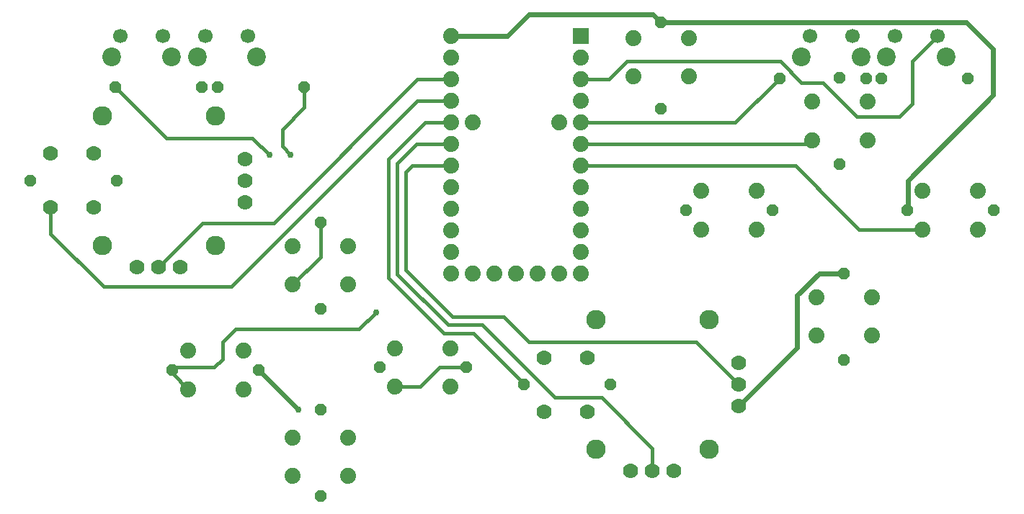
<source format=gtl>
G75*
%MOIN*%
%OFA0B0*%
%FSLAX25Y25*%
%IPPOS*%
%LPD*%
%AMOC8*
5,1,8,0,0,1.08239X$1,22.5*
%
%ADD10C,0.09000*%
%ADD11C,0.07000*%
%ADD12OC8,0.05200*%
%ADD13C,0.07400*%
%ADD14R,0.07400X0.07400*%
%ADD15C,0.08661*%
%ADD16C,0.06693*%
%ADD17C,0.02400*%
%ADD18C,0.02978*%
%ADD19C,0.01600*%
D10*
X0321463Y0187791D03*
X0373963Y0187791D03*
X0373963Y0247791D03*
X0321463Y0247791D03*
X0145616Y0282280D03*
X0093116Y0282280D03*
X0093116Y0342280D03*
X0145616Y0342280D03*
D11*
X0159366Y0322280D03*
X0159366Y0312280D03*
X0159366Y0302280D03*
X0129366Y0272280D03*
X0119366Y0272280D03*
X0109366Y0272280D03*
X0089366Y0299780D03*
X0069366Y0299780D03*
X0069366Y0324780D03*
X0089366Y0324780D03*
X0297713Y0230291D03*
X0317713Y0230291D03*
X0317713Y0205291D03*
X0297713Y0205291D03*
X0337713Y0177791D03*
X0347713Y0177791D03*
X0357713Y0177791D03*
X0387713Y0207791D03*
X0387713Y0217791D03*
X0387713Y0227791D03*
D12*
X0194169Y0166295D03*
X0194169Y0206295D03*
X0221413Y0225665D03*
X0194169Y0252909D03*
X0165665Y0224484D03*
X0125665Y0224484D03*
X0194169Y0292909D03*
X0186610Y0355587D03*
X0146610Y0355587D03*
X0139366Y0355587D03*
X0099366Y0355587D03*
X0099996Y0312280D03*
X0059996Y0312280D03*
X0261413Y0225665D03*
X0288343Y0217791D03*
X0328343Y0217791D03*
X0436295Y0229287D03*
X0436295Y0269287D03*
X0465508Y0298500D03*
X0434327Y0319839D03*
X0403146Y0298500D03*
X0363146Y0298500D03*
X0351650Y0345429D03*
X0351650Y0385429D03*
X0406453Y0359524D03*
X0434327Y0359839D03*
X0446453Y0359524D03*
X0453697Y0359524D03*
X0493697Y0359524D03*
X0505508Y0298500D03*
D13*
X0498308Y0307400D03*
X0498308Y0289600D03*
X0472708Y0289600D03*
X0472708Y0307400D03*
X0447127Y0330939D03*
X0421527Y0330939D03*
X0421527Y0348739D03*
X0447127Y0348739D03*
X0395946Y0307400D03*
X0395946Y0289600D03*
X0370346Y0289600D03*
X0370346Y0307400D03*
X0314720Y0309091D03*
X0314720Y0319091D03*
X0314720Y0329091D03*
X0314720Y0339091D03*
X0304720Y0339091D03*
X0314720Y0349091D03*
X0314720Y0359091D03*
X0314720Y0369091D03*
X0338850Y0360466D03*
X0364450Y0360466D03*
X0364450Y0378266D03*
X0338850Y0378266D03*
X0264720Y0339091D03*
X0254720Y0339091D03*
X0254720Y0329091D03*
X0254720Y0319091D03*
X0254720Y0309091D03*
X0254720Y0299091D03*
X0254720Y0289091D03*
X0254720Y0279091D03*
X0254720Y0269091D03*
X0264720Y0269091D03*
X0274720Y0269091D03*
X0284720Y0269091D03*
X0294720Y0269091D03*
X0304720Y0269091D03*
X0314720Y0269091D03*
X0314720Y0279091D03*
X0314720Y0289091D03*
X0314720Y0299091D03*
X0254720Y0349091D03*
X0254720Y0359091D03*
X0254720Y0369091D03*
X0254720Y0379091D03*
X0206969Y0281809D03*
X0181369Y0281809D03*
X0181369Y0264009D03*
X0206969Y0264009D03*
X0228613Y0234565D03*
X0228613Y0216765D03*
X0254213Y0216765D03*
X0254213Y0234565D03*
X0206969Y0193227D03*
X0206969Y0175427D03*
X0181369Y0175427D03*
X0181369Y0193227D03*
X0158623Y0215624D03*
X0158623Y0233424D03*
X0133023Y0233424D03*
X0133023Y0215624D03*
X0423495Y0240387D03*
X0423495Y0258187D03*
X0449095Y0258187D03*
X0449095Y0240387D03*
D14*
X0314720Y0379091D03*
D15*
X0416610Y0369366D03*
X0444169Y0369366D03*
X0455980Y0369366D03*
X0483539Y0369366D03*
X0164642Y0369366D03*
X0137083Y0369366D03*
X0125272Y0369366D03*
X0097713Y0369366D03*
D16*
X0101650Y0379209D03*
X0121335Y0379209D03*
X0141020Y0379209D03*
X0160705Y0379209D03*
X0420547Y0379209D03*
X0440232Y0379209D03*
X0459917Y0379209D03*
X0479602Y0379209D03*
D17*
X0493067Y0385429D02*
X0505193Y0373303D01*
X0505193Y0351650D01*
X0465823Y0312280D01*
X0465823Y0298815D01*
X0465508Y0298500D01*
X0436295Y0269287D02*
X0424799Y0269287D01*
X0414642Y0259130D01*
X0414642Y0234720D01*
X0387713Y0207791D01*
X0183854Y0206295D02*
X0165665Y0224484D01*
X0254720Y0379091D02*
X0280665Y0379091D01*
X0290626Y0389051D01*
X0348028Y0389051D01*
X0351650Y0385429D01*
X0493067Y0385429D01*
D18*
X0219760Y0251256D03*
X0183854Y0206295D03*
X0180390Y0324091D03*
X0170547Y0324091D03*
D19*
X0162673Y0331965D01*
X0122988Y0331965D01*
X0099366Y0355587D01*
X0069366Y0299780D02*
X0069366Y0287476D01*
X0093776Y0263067D01*
X0152831Y0263067D01*
X0238854Y0349091D01*
X0254720Y0349091D01*
X0254720Y0359091D02*
X0239012Y0359091D01*
X0172516Y0292594D01*
X0139681Y0292594D01*
X0119366Y0272280D01*
X0148894Y0237476D02*
X0154799Y0243382D01*
X0211886Y0243382D01*
X0219760Y0251256D01*
X0225665Y0267004D02*
X0251256Y0241413D01*
X0265035Y0241413D01*
X0288343Y0218106D01*
X0288343Y0217791D01*
X0302437Y0211886D02*
X0324091Y0211886D01*
X0347713Y0188264D01*
X0347713Y0177791D01*
X0302437Y0211886D02*
X0268972Y0245350D01*
X0253224Y0245350D01*
X0229602Y0268972D01*
X0229602Y0320154D01*
X0238539Y0329091D01*
X0254720Y0329091D01*
X0254720Y0339091D02*
X0242634Y0339091D01*
X0225665Y0322122D01*
X0225665Y0267004D01*
X0233539Y0270941D02*
X0255193Y0249287D01*
X0278815Y0249287D01*
X0290626Y0237476D01*
X0368028Y0237476D01*
X0387713Y0217791D01*
X0443227Y0289600D02*
X0435311Y0297516D01*
X0413736Y0319091D01*
X0314720Y0319091D01*
X0314720Y0329091D02*
X0419679Y0329091D01*
X0421527Y0330939D01*
X0442201Y0341807D02*
X0426453Y0357555D01*
X0416610Y0357555D01*
X0406768Y0367398D01*
X0335902Y0367398D01*
X0327594Y0359091D01*
X0314720Y0359091D01*
X0314720Y0339091D02*
X0386020Y0339091D01*
X0406453Y0359524D01*
X0442201Y0341807D02*
X0461886Y0341807D01*
X0467791Y0347713D01*
X0467791Y0367398D01*
X0479602Y0379209D01*
X0472708Y0289600D02*
X0443227Y0289600D01*
X0261413Y0225665D02*
X0249287Y0225665D01*
X0240387Y0216765D01*
X0228613Y0216765D01*
X0181369Y0264009D02*
X0194169Y0276809D01*
X0194169Y0292909D01*
X0233539Y0270941D02*
X0233539Y0316217D01*
X0236413Y0319091D01*
X0254720Y0319091D01*
X0186610Y0346059D02*
X0176453Y0335902D01*
X0176453Y0328028D01*
X0180390Y0324091D01*
X0186610Y0346059D02*
X0186610Y0355587D01*
X0148894Y0237476D02*
X0148894Y0229602D01*
X0144957Y0225665D01*
X0126846Y0225665D01*
X0125665Y0224484D01*
X0125665Y0222981D01*
X0133023Y0215624D01*
M02*

</source>
